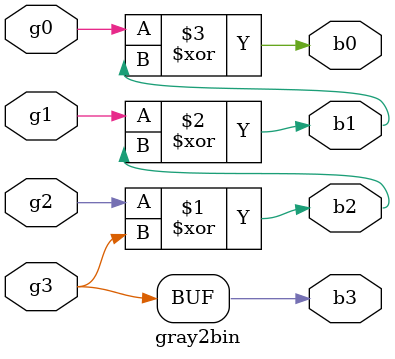
<source format=v>
module gray2bin(input g0,g1,g2,g3, output b0,b1,b2,b3);

assign b3 = g3;
assign b2 = g2 ^ b3;
assign b1 = g1 ^ b2;
assign b0 = g0 ^ b1;

endmodule

</source>
